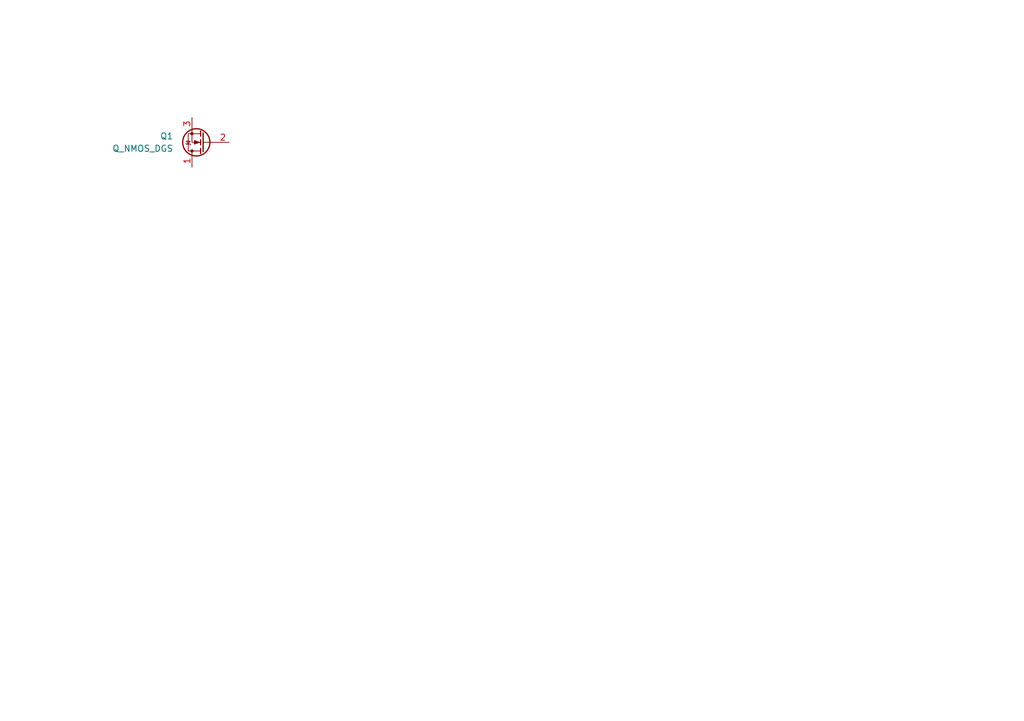
<source format=kicad_sch>
(kicad_sch (version 20230121) (generator eeschema)
  (paper "A5")
  (lib_symbols
    (symbol "Device:Q_NMOS_DGS" (pin_names (offset 0) hide)
      (property "Reference" "Q" (at 5.08 1.27 0))
      (property "Value" "Q_NMOS_DGS" (at 5.08 -1.27 0))
      (symbol "Q_NMOS_DGS_0_1"
        (polyline (pts (xy 0.254 0) (xy -2.54 0)))
        (polyline (pts (xy 0.254 1.905) (xy 0.254 -1.905)) (stroke (width 0.254)))
        (polyline (pts (xy 0.762 -1.27) (xy 0.762 -2.286)) (stroke (width 0.254)))
        (polyline (pts (xy 0.762 0.508) (xy 0.762 -0.508)) (stroke (width 0.254)))
        (polyline (pts (xy 0.762 2.286) (xy 0.762 1.27)) (stroke (width 0.254)))
        (polyline (pts (xy 2.54 2.54) (xy 2.54 1.778)))
        (polyline (pts (xy 2.54 -2.54) (xy 2.54 0) (xy 0.762 0)))
        (polyline (pts (xy 0.762 -1.778) (xy 3.302 -1.778) (xy 3.302 1.778) (xy 0.762 1.778)))
        (polyline (pts (xy 1.016 0) (xy 2.032 0.381) (xy 2.032 -0.381) (xy 1.016 0)) (fill (type outline)))
        (polyline (pts (xy 2.794 0.508) (xy 2.921 0.381) (xy 3.683 0.381) (xy 3.81 0.254)))
        (polyline (pts (xy 3.302 0.381) (xy 2.921 -0.254) (xy 3.683 -0.254) (xy 3.302 0.381)))
        (circle (center 1.651 0) (radius 2.794) (stroke (width 0.254)))
        (circle (center 2.54 -1.778) (radius 0.254) (fill (type outline)))
        (circle (center 2.54 1.778) (radius 0.254) (fill (type outline)))
      )
      (symbol "Q_NMOS_DGS_1_1"
        (pin passive line (at 2.54 5.08 270) (length 2.54) (name "D") (number "1"))
        (pin input line (at -5.08 0 0) (length 2.54) (name "G") (number "2"))
        (pin passive line (at 2.54 -5.08 90) (length 2.54) (name "S") (number "3"))
      )
    )
  )
  (symbol (lib_id "Device:Q_NMOS_DGS") (at 41.91 29.21 180) (unit 1)
    (property "Reference" "Q1" (at 35.56 27.94 0) (effects (justify left)))
    (property "Value" "Q_NMOS_DGS" (at 35.56 30.48 0) (effects (justify left)))
  )
)
</source>
